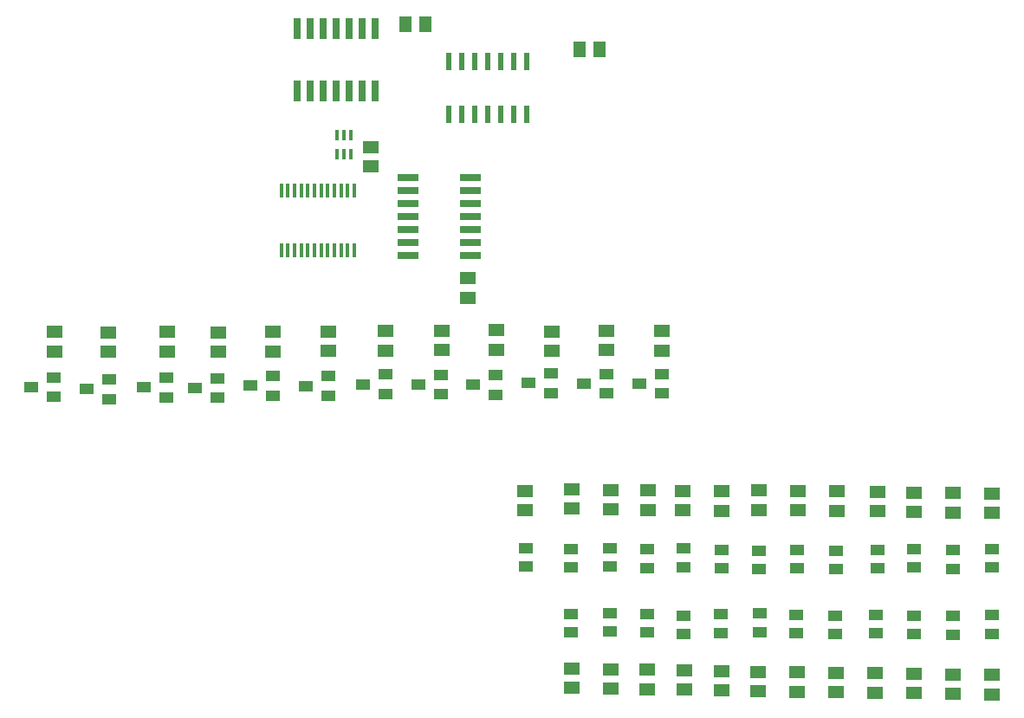
<source format=gbr>
G04 EAGLE Gerber RS-274X export*
G75*
%MOMM*%
%FSLAX34Y34*%
%LPD*%
%INSolderpaste Bottom*%
%IPPOS*%
%AMOC8*
5,1,8,0,0,1.08239X$1,22.5*%
G01*
%ADD10R,1.300000X1.500000*%
%ADD11R,1.500000X1.300000*%
%ADD12R,1.450000X1.100000*%
%ADD13R,0.450000X1.475000*%
%ADD14R,0.660400X2.032000*%
%ADD15R,2.032000X0.660400*%
%ADD16R,1.400000X1.000000*%
%ADD17R,0.355600X1.117600*%
%ADD18R,0.533400X1.701800*%


D10*
X567300Y832400D03*
X586300Y832400D03*
X397100Y856800D03*
X416100Y856800D03*
D11*
X363300Y717800D03*
X363300Y736800D03*
X457700Y608700D03*
X457700Y589700D03*
D12*
X558800Y280500D03*
X558800Y262500D03*
X894000Y279000D03*
X894000Y261000D03*
X932000Y278400D03*
X932000Y260400D03*
X970000Y279300D03*
X970000Y261300D03*
X970000Y325800D03*
X970000Y343800D03*
X932000Y324900D03*
X932000Y342900D03*
X894000Y326000D03*
X894000Y344000D03*
X858000Y325100D03*
X858000Y343100D03*
X818000Y324200D03*
X818000Y342200D03*
X780000Y325300D03*
X780000Y343300D03*
X742000Y324400D03*
X742000Y342400D03*
X596800Y281400D03*
X596800Y263400D03*
X706000Y325500D03*
X706000Y343500D03*
X668800Y326500D03*
X668800Y344500D03*
X632800Y325600D03*
X632800Y343600D03*
X596800Y326700D03*
X596800Y344700D03*
X558800Y325800D03*
X558800Y343800D03*
X514800Y326900D03*
X514800Y344900D03*
X632800Y280300D03*
X632800Y262300D03*
X668800Y279200D03*
X668800Y261200D03*
X704800Y280100D03*
X704800Y262100D03*
X742800Y281000D03*
X742800Y263000D03*
X778800Y279900D03*
X778800Y261900D03*
X816800Y278800D03*
X816800Y260800D03*
X856800Y279700D03*
X856800Y261700D03*
D13*
X346950Y636020D03*
X340450Y636020D03*
X333950Y636020D03*
X327450Y636020D03*
X320950Y636020D03*
X314450Y636020D03*
X307950Y636020D03*
X301450Y636020D03*
X294950Y636020D03*
X288450Y636020D03*
X281950Y636020D03*
X275450Y636020D03*
X275450Y694780D03*
X281950Y694780D03*
X288450Y694780D03*
X294950Y694780D03*
X301450Y694780D03*
X307950Y694780D03*
X314450Y694780D03*
X320950Y694780D03*
X327450Y694780D03*
X333950Y694780D03*
X340450Y694780D03*
X346950Y694780D03*
D14*
X367300Y791666D03*
X367300Y853134D03*
X354600Y791666D03*
X341900Y791666D03*
X354600Y853134D03*
X341900Y853134D03*
X329200Y791666D03*
X329200Y853134D03*
X316500Y791666D03*
X303800Y791666D03*
X316500Y853134D03*
X303800Y853134D03*
X291100Y791666D03*
X291100Y853134D03*
D15*
X399066Y631400D03*
X460534Y631400D03*
X399066Y644100D03*
X399066Y656800D03*
X460534Y644100D03*
X460534Y656800D03*
X399066Y669500D03*
X460534Y669500D03*
X399066Y682200D03*
X399066Y694900D03*
X460534Y682200D03*
X460534Y694900D03*
X399066Y707600D03*
X460534Y707600D03*
D16*
X647300Y515100D03*
X647300Y496100D03*
X625300Y505600D03*
X593300Y515400D03*
X593300Y496400D03*
X571300Y505900D03*
X539300Y515700D03*
X539300Y496700D03*
X517300Y506200D03*
X485300Y514000D03*
X485300Y495000D03*
X463300Y504500D03*
X431300Y514300D03*
X431300Y495300D03*
X409300Y504800D03*
X377300Y514600D03*
X377300Y495600D03*
X355300Y505100D03*
X321300Y512900D03*
X321300Y493900D03*
X299300Y503400D03*
X267300Y513200D03*
X267300Y494200D03*
X245300Y503700D03*
X213500Y511100D03*
X213500Y492100D03*
X191500Y501600D03*
X163500Y511400D03*
X163500Y492400D03*
X141500Y501900D03*
X107500Y509700D03*
X107500Y490700D03*
X85500Y500200D03*
X53500Y512000D03*
X53500Y493000D03*
X31500Y502500D03*
D11*
X647200Y557100D03*
X647200Y538100D03*
X593200Y557600D03*
X593200Y538600D03*
X539700Y556600D03*
X539700Y537600D03*
X485700Y558100D03*
X485700Y539100D03*
X432300Y557400D03*
X432300Y538400D03*
X377700Y557100D03*
X377700Y538100D03*
X321700Y556600D03*
X321700Y537600D03*
X267700Y556100D03*
X267700Y537100D03*
X213700Y555600D03*
X213700Y536600D03*
X163700Y556100D03*
X163700Y537100D03*
X106700Y555600D03*
X106700Y536600D03*
X53700Y556100D03*
X53700Y537100D03*
X559300Y227100D03*
X559300Y208100D03*
X597300Y226600D03*
X597300Y207600D03*
X633300Y226100D03*
X633300Y207100D03*
X669300Y225600D03*
X669300Y206600D03*
X705800Y224600D03*
X705800Y205600D03*
X741800Y224100D03*
X741800Y205100D03*
X779800Y223600D03*
X779800Y204600D03*
X817800Y223100D03*
X817800Y204100D03*
X855800Y222600D03*
X855800Y203600D03*
X893800Y222100D03*
X893800Y203100D03*
X931800Y221600D03*
X931800Y202600D03*
X969800Y221100D03*
X969800Y202100D03*
X970200Y379400D03*
X970200Y398400D03*
X932200Y379900D03*
X932200Y398900D03*
X894200Y380400D03*
X894200Y399400D03*
X858200Y380900D03*
X858200Y399900D03*
X818200Y381400D03*
X818200Y400400D03*
X780200Y381900D03*
X780200Y400900D03*
X742200Y382400D03*
X742200Y401400D03*
X705700Y381400D03*
X705700Y400400D03*
X667700Y381900D03*
X667700Y400900D03*
X633700Y382400D03*
X633700Y401400D03*
X597700Y382900D03*
X597700Y401900D03*
X559700Y383400D03*
X559700Y402400D03*
X513700Y381900D03*
X513700Y400900D03*
D17*
X343504Y729748D03*
X336900Y729748D03*
X330296Y729748D03*
X330296Y749052D03*
X336900Y749052D03*
X343504Y749052D03*
D18*
X515200Y768792D03*
X502500Y768792D03*
X489800Y768792D03*
X477100Y768792D03*
X464400Y768792D03*
X451700Y768792D03*
X439000Y768792D03*
X439000Y820608D03*
X451700Y820608D03*
X464400Y820608D03*
X477100Y820608D03*
X489800Y820608D03*
X502500Y820608D03*
X515200Y820608D03*
M02*

</source>
